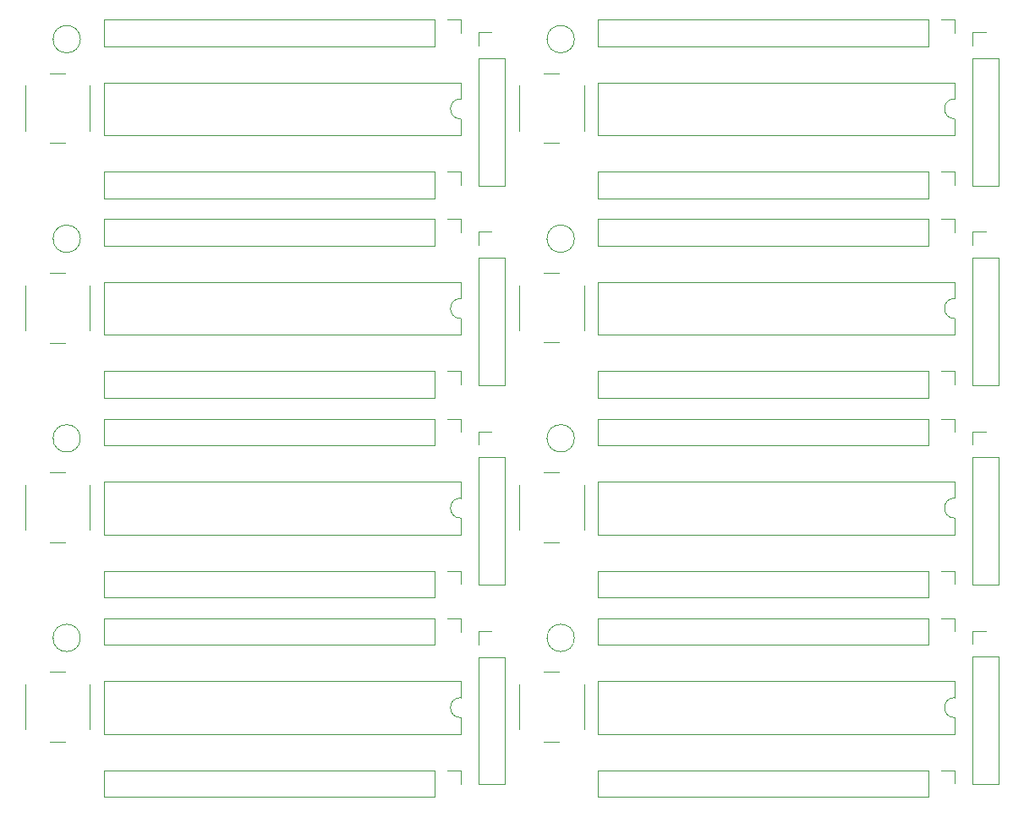
<source format=gbr>
G04 #@! TF.GenerationSoftware,KiCad,Pcbnew,(5.1.4)-1*
G04 #@! TF.CreationDate,2020-10-05T09:55:07+09:00*
G04 #@! TF.ProjectId,minimal-atmega328p,6d696e69-6d61-46c2-9d61-746d65676133,rev?*
G04 #@! TF.SameCoordinates,Original*
G04 #@! TF.FileFunction,Legend,Top*
G04 #@! TF.FilePolarity,Positive*
%FSLAX46Y46*%
G04 Gerber Fmt 4.6, Leading zero omitted, Abs format (unit mm)*
G04 Created by KiCad (PCBNEW (5.1.4)-1) date 2020-10-05 09:55:07*
%MOMM*%
%LPD*%
G04 APERTURE LIST*
%ADD10C,0.120000*%
G04 APERTURE END LIST*
D10*
X133186180Y-119098820D02*
X133186180Y-114598820D01*
X129186180Y-120348820D02*
X130686180Y-120348820D01*
X126686180Y-114598820D02*
X126686180Y-119098820D01*
X130686180Y-113348820D02*
X129186180Y-113348820D01*
X134611180Y-107973820D02*
X134611180Y-110633820D01*
X167691180Y-107973820D02*
X134611180Y-107973820D01*
X167691180Y-110633820D02*
X134611180Y-110633820D01*
X167691180Y-107973820D02*
X167691180Y-110633820D01*
X168961180Y-107973820D02*
X170291180Y-107973820D01*
X170291180Y-107973820D02*
X170291180Y-109303820D01*
X132231180Y-109938820D02*
G75*
G03X132231180Y-109938820I-1370000J0D01*
G01*
X129491180Y-109938820D02*
X129421180Y-109938820D01*
X172076180Y-124603820D02*
X174736180Y-124603820D01*
X172076180Y-111843820D02*
X172076180Y-124603820D01*
X174736180Y-111843820D02*
X174736180Y-124603820D01*
X172076180Y-111843820D02*
X174736180Y-111843820D01*
X172076180Y-110573820D02*
X172076180Y-109243820D01*
X172076180Y-109243820D02*
X173406180Y-109243820D01*
X134611180Y-123213820D02*
X134611180Y-125873820D01*
X167691180Y-123213820D02*
X134611180Y-123213820D01*
X167691180Y-125873820D02*
X134611180Y-125873820D01*
X167691180Y-123213820D02*
X167691180Y-125873820D01*
X168961180Y-123213820D02*
X170291180Y-123213820D01*
X170291180Y-123213820D02*
X170291180Y-124543820D01*
X129491180Y-49938820D02*
X129421180Y-49938820D01*
X132231180Y-49938820D02*
G75*
G03X132231180Y-49938820I-1370000J0D01*
G01*
X170291180Y-63213820D02*
X170291180Y-64543820D01*
X168961180Y-63213820D02*
X170291180Y-63213820D01*
X167691180Y-63213820D02*
X167691180Y-65873820D01*
X167691180Y-65873820D02*
X134611180Y-65873820D01*
X167691180Y-63213820D02*
X134611180Y-63213820D01*
X134611180Y-63213820D02*
X134611180Y-65873820D01*
X130686180Y-73348820D02*
X129186180Y-73348820D01*
X126686180Y-74598820D02*
X126686180Y-79098820D01*
X129186180Y-80348820D02*
X130686180Y-80348820D01*
X133186180Y-79098820D02*
X133186180Y-74598820D01*
X170291180Y-83213820D02*
X170291180Y-84543820D01*
X168961180Y-83213820D02*
X170291180Y-83213820D01*
X167691180Y-83213820D02*
X167691180Y-85873820D01*
X167691180Y-85873820D02*
X134611180Y-85873820D01*
X167691180Y-83213820D02*
X134611180Y-83213820D01*
X134611180Y-83213820D02*
X134611180Y-85873820D01*
X170291180Y-59573820D02*
X170291180Y-57923820D01*
X134611180Y-59573820D02*
X170291180Y-59573820D01*
X134611180Y-54273820D02*
X134611180Y-59573820D01*
X170291180Y-54273820D02*
X134611180Y-54273820D01*
X170291180Y-55923820D02*
X170291180Y-54273820D01*
X170291180Y-57923820D02*
G75*
G02X170291180Y-55923820I0J1000000D01*
G01*
X170291180Y-47973820D02*
X170291180Y-49303820D01*
X168961180Y-47973820D02*
X170291180Y-47973820D01*
X167691180Y-47973820D02*
X167691180Y-50633820D01*
X167691180Y-50633820D02*
X134611180Y-50633820D01*
X167691180Y-47973820D02*
X134611180Y-47973820D01*
X134611180Y-47973820D02*
X134611180Y-50633820D01*
X172076180Y-49243820D02*
X173406180Y-49243820D01*
X172076180Y-50573820D02*
X172076180Y-49243820D01*
X172076180Y-51843820D02*
X174736180Y-51843820D01*
X174736180Y-51843820D02*
X174736180Y-64603820D01*
X172076180Y-51843820D02*
X172076180Y-64603820D01*
X172076180Y-64603820D02*
X174736180Y-64603820D01*
X130686180Y-53348820D02*
X129186180Y-53348820D01*
X126686180Y-54598820D02*
X126686180Y-59098820D01*
X129186180Y-60348820D02*
X130686180Y-60348820D01*
X133186180Y-59098820D02*
X133186180Y-54598820D01*
X170291180Y-117923820D02*
G75*
G02X170291180Y-115923820I0J1000000D01*
G01*
X170291180Y-115923820D02*
X170291180Y-114273820D01*
X170291180Y-114273820D02*
X134611180Y-114273820D01*
X134611180Y-114273820D02*
X134611180Y-119573820D01*
X134611180Y-119573820D02*
X170291180Y-119573820D01*
X170291180Y-119573820D02*
X170291180Y-117923820D01*
X170291180Y-79573820D02*
X170291180Y-77923820D01*
X134611180Y-79573820D02*
X170291180Y-79573820D01*
X134611180Y-74273820D02*
X134611180Y-79573820D01*
X170291180Y-74273820D02*
X134611180Y-74273820D01*
X170291180Y-75923820D02*
X170291180Y-74273820D01*
X170291180Y-77923820D02*
G75*
G02X170291180Y-75923820I0J1000000D01*
G01*
X170291180Y-99573820D02*
X170291180Y-97923820D01*
X134611180Y-99573820D02*
X170291180Y-99573820D01*
X134611180Y-94273820D02*
X134611180Y-99573820D01*
X170291180Y-94273820D02*
X134611180Y-94273820D01*
X170291180Y-95923820D02*
X170291180Y-94273820D01*
X170291180Y-97923820D02*
G75*
G02X170291180Y-95923820I0J1000000D01*
G01*
X170291180Y-87973820D02*
X170291180Y-89303820D01*
X168961180Y-87973820D02*
X170291180Y-87973820D01*
X167691180Y-87973820D02*
X167691180Y-90633820D01*
X167691180Y-90633820D02*
X134611180Y-90633820D01*
X167691180Y-87973820D02*
X134611180Y-87973820D01*
X134611180Y-87973820D02*
X134611180Y-90633820D01*
X172076180Y-89243820D02*
X173406180Y-89243820D01*
X172076180Y-90573820D02*
X172076180Y-89243820D01*
X172076180Y-91843820D02*
X174736180Y-91843820D01*
X174736180Y-91843820D02*
X174736180Y-104603820D01*
X172076180Y-91843820D02*
X172076180Y-104603820D01*
X172076180Y-104603820D02*
X174736180Y-104603820D01*
X130686180Y-93348820D02*
X129186180Y-93348820D01*
X126686180Y-94598820D02*
X126686180Y-99098820D01*
X129186180Y-100348820D02*
X130686180Y-100348820D01*
X133186180Y-99098820D02*
X133186180Y-94598820D01*
X129491180Y-89938820D02*
X129421180Y-89938820D01*
X132231180Y-89938820D02*
G75*
G03X132231180Y-89938820I-1370000J0D01*
G01*
X170291180Y-103213820D02*
X170291180Y-104543820D01*
X168961180Y-103213820D02*
X170291180Y-103213820D01*
X167691180Y-103213820D02*
X167691180Y-105873820D01*
X167691180Y-105873820D02*
X134611180Y-105873820D01*
X167691180Y-103213820D02*
X134611180Y-103213820D01*
X134611180Y-103213820D02*
X134611180Y-105873820D01*
X170291180Y-67973820D02*
X170291180Y-69303820D01*
X168961180Y-67973820D02*
X170291180Y-67973820D01*
X167691180Y-67973820D02*
X167691180Y-70633820D01*
X167691180Y-70633820D02*
X134611180Y-70633820D01*
X167691180Y-67973820D02*
X134611180Y-67973820D01*
X134611180Y-67973820D02*
X134611180Y-70633820D01*
X172076180Y-69243820D02*
X173406180Y-69243820D01*
X172076180Y-70573820D02*
X172076180Y-69243820D01*
X172076180Y-71843820D02*
X174736180Y-71843820D01*
X174736180Y-71843820D02*
X174736180Y-84603820D01*
X172076180Y-71843820D02*
X172076180Y-84603820D01*
X172076180Y-84603820D02*
X174736180Y-84603820D01*
X129491180Y-69938820D02*
X129421180Y-69938820D01*
X132231180Y-69938820D02*
G75*
G03X132231180Y-69938820I-1370000J0D01*
G01*
X85144300Y-63218900D02*
X85144300Y-65878900D01*
X118224300Y-63218900D02*
X85144300Y-63218900D01*
X118224300Y-65878900D02*
X85144300Y-65878900D01*
X118224300Y-63218900D02*
X118224300Y-65878900D01*
X119494300Y-63218900D02*
X120824300Y-63218900D01*
X120824300Y-63218900D02*
X120824300Y-64548900D01*
X83719300Y-59103900D02*
X83719300Y-54603900D01*
X79719300Y-60353900D02*
X81219300Y-60353900D01*
X77219300Y-54603900D02*
X77219300Y-59103900D01*
X81219300Y-53353900D02*
X79719300Y-53353900D01*
X82764300Y-49943900D02*
G75*
G03X82764300Y-49943900I-1370000J0D01*
G01*
X80024300Y-49943900D02*
X79954300Y-49943900D01*
X122609300Y-64608900D02*
X125269300Y-64608900D01*
X122609300Y-51848900D02*
X122609300Y-64608900D01*
X125269300Y-51848900D02*
X125269300Y-64608900D01*
X122609300Y-51848900D02*
X125269300Y-51848900D01*
X122609300Y-50578900D02*
X122609300Y-49248900D01*
X122609300Y-49248900D02*
X123939300Y-49248900D01*
X85144300Y-47978900D02*
X85144300Y-50638900D01*
X118224300Y-47978900D02*
X85144300Y-47978900D01*
X118224300Y-50638900D02*
X85144300Y-50638900D01*
X118224300Y-47978900D02*
X118224300Y-50638900D01*
X119494300Y-47978900D02*
X120824300Y-47978900D01*
X120824300Y-47978900D02*
X120824300Y-49308900D01*
X120824300Y-57928900D02*
G75*
G02X120824300Y-55928900I0J1000000D01*
G01*
X120824300Y-55928900D02*
X120824300Y-54278900D01*
X120824300Y-54278900D02*
X85144300Y-54278900D01*
X85144300Y-54278900D02*
X85144300Y-59578900D01*
X85144300Y-59578900D02*
X120824300Y-59578900D01*
X120824300Y-59578900D02*
X120824300Y-57928900D01*
X85144300Y-83218900D02*
X85144300Y-85878900D01*
X118224300Y-83218900D02*
X85144300Y-83218900D01*
X118224300Y-85878900D02*
X85144300Y-85878900D01*
X118224300Y-83218900D02*
X118224300Y-85878900D01*
X119494300Y-83218900D02*
X120824300Y-83218900D01*
X120824300Y-83218900D02*
X120824300Y-84548900D01*
X83719300Y-79103900D02*
X83719300Y-74603900D01*
X79719300Y-80353900D02*
X81219300Y-80353900D01*
X77219300Y-74603900D02*
X77219300Y-79103900D01*
X81219300Y-73353900D02*
X79719300Y-73353900D01*
X82764300Y-69943900D02*
G75*
G03X82764300Y-69943900I-1370000J0D01*
G01*
X80024300Y-69943900D02*
X79954300Y-69943900D01*
X122609300Y-84608900D02*
X125269300Y-84608900D01*
X122609300Y-71848900D02*
X122609300Y-84608900D01*
X125269300Y-71848900D02*
X125269300Y-84608900D01*
X122609300Y-71848900D02*
X125269300Y-71848900D01*
X122609300Y-70578900D02*
X122609300Y-69248900D01*
X122609300Y-69248900D02*
X123939300Y-69248900D01*
X85144300Y-67978900D02*
X85144300Y-70638900D01*
X118224300Y-67978900D02*
X85144300Y-67978900D01*
X118224300Y-70638900D02*
X85144300Y-70638900D01*
X118224300Y-67978900D02*
X118224300Y-70638900D01*
X119494300Y-67978900D02*
X120824300Y-67978900D01*
X120824300Y-67978900D02*
X120824300Y-69308900D01*
X120824300Y-77928900D02*
G75*
G02X120824300Y-75928900I0J1000000D01*
G01*
X120824300Y-75928900D02*
X120824300Y-74278900D01*
X120824300Y-74278900D02*
X85144300Y-74278900D01*
X85144300Y-74278900D02*
X85144300Y-79578900D01*
X85144300Y-79578900D02*
X120824300Y-79578900D01*
X120824300Y-79578900D02*
X120824300Y-77928900D01*
X85144300Y-103218900D02*
X85144300Y-105878900D01*
X118224300Y-103218900D02*
X85144300Y-103218900D01*
X118224300Y-105878900D02*
X85144300Y-105878900D01*
X118224300Y-103218900D02*
X118224300Y-105878900D01*
X119494300Y-103218900D02*
X120824300Y-103218900D01*
X120824300Y-103218900D02*
X120824300Y-104548900D01*
X83719300Y-99103900D02*
X83719300Y-94603900D01*
X79719300Y-100353900D02*
X81219300Y-100353900D01*
X77219300Y-94603900D02*
X77219300Y-99103900D01*
X81219300Y-93353900D02*
X79719300Y-93353900D01*
X82764300Y-89943900D02*
G75*
G03X82764300Y-89943900I-1370000J0D01*
G01*
X80024300Y-89943900D02*
X79954300Y-89943900D01*
X122609300Y-104608900D02*
X125269300Y-104608900D01*
X122609300Y-91848900D02*
X122609300Y-104608900D01*
X125269300Y-91848900D02*
X125269300Y-104608900D01*
X122609300Y-91848900D02*
X125269300Y-91848900D01*
X122609300Y-90578900D02*
X122609300Y-89248900D01*
X122609300Y-89248900D02*
X123939300Y-89248900D01*
X85144300Y-87978900D02*
X85144300Y-90638900D01*
X118224300Y-87978900D02*
X85144300Y-87978900D01*
X118224300Y-90638900D02*
X85144300Y-90638900D01*
X118224300Y-87978900D02*
X118224300Y-90638900D01*
X119494300Y-87978900D02*
X120824300Y-87978900D01*
X120824300Y-87978900D02*
X120824300Y-89308900D01*
X120824300Y-97928900D02*
G75*
G02X120824300Y-95928900I0J1000000D01*
G01*
X120824300Y-95928900D02*
X120824300Y-94278900D01*
X120824300Y-94278900D02*
X85144300Y-94278900D01*
X85144300Y-94278900D02*
X85144300Y-99578900D01*
X85144300Y-99578900D02*
X120824300Y-99578900D01*
X120824300Y-99578900D02*
X120824300Y-97928900D01*
X120824300Y-119578900D02*
X120824300Y-117928900D01*
X85144300Y-119578900D02*
X120824300Y-119578900D01*
X85144300Y-114278900D02*
X85144300Y-119578900D01*
X120824300Y-114278900D02*
X85144300Y-114278900D01*
X120824300Y-115928900D02*
X120824300Y-114278900D01*
X120824300Y-117928900D02*
G75*
G02X120824300Y-115928900I0J1000000D01*
G01*
X81219300Y-113353900D02*
X79719300Y-113353900D01*
X77219300Y-114603900D02*
X77219300Y-119103900D01*
X79719300Y-120353900D02*
X81219300Y-120353900D01*
X83719300Y-119103900D02*
X83719300Y-114603900D01*
X80024300Y-109943900D02*
X79954300Y-109943900D01*
X82764300Y-109943900D02*
G75*
G03X82764300Y-109943900I-1370000J0D01*
G01*
X120824300Y-123218900D02*
X120824300Y-124548900D01*
X119494300Y-123218900D02*
X120824300Y-123218900D01*
X118224300Y-123218900D02*
X118224300Y-125878900D01*
X118224300Y-125878900D02*
X85144300Y-125878900D01*
X118224300Y-123218900D02*
X85144300Y-123218900D01*
X85144300Y-123218900D02*
X85144300Y-125878900D01*
X122609300Y-109248900D02*
X123939300Y-109248900D01*
X122609300Y-110578900D02*
X122609300Y-109248900D01*
X122609300Y-111848900D02*
X125269300Y-111848900D01*
X125269300Y-111848900D02*
X125269300Y-124608900D01*
X122609300Y-111848900D02*
X122609300Y-124608900D01*
X122609300Y-124608900D02*
X125269300Y-124608900D01*
X120824300Y-107978900D02*
X120824300Y-109308900D01*
X119494300Y-107978900D02*
X120824300Y-107978900D01*
X118224300Y-107978900D02*
X118224300Y-110638900D01*
X118224300Y-110638900D02*
X85144300Y-110638900D01*
X118224300Y-107978900D02*
X85144300Y-107978900D01*
X85144300Y-107978900D02*
X85144300Y-110638900D01*
M02*

</source>
